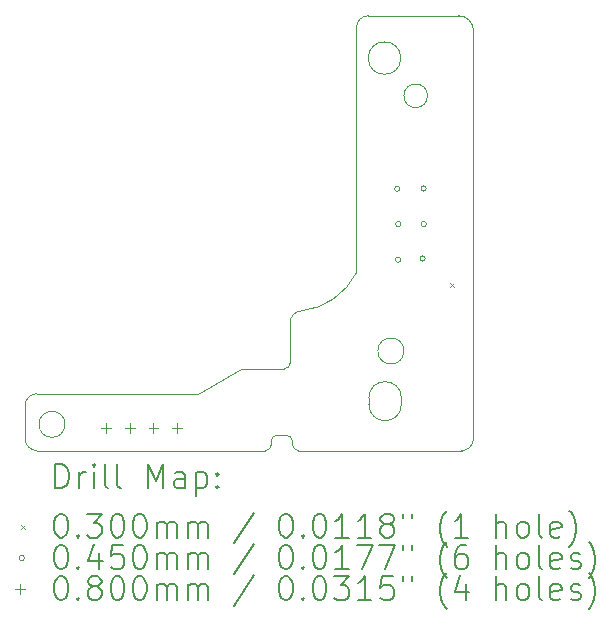
<source format=gbr>
%TF.GenerationSoftware,KiCad,Pcbnew,8.0.2*%
%TF.CreationDate,2024-09-01T00:37:31-07:00*%
%TF.ProjectId,procon_battery_pcb,70726f63-6f6e-45f6-9261-74746572795f,rev?*%
%TF.SameCoordinates,Original*%
%TF.FileFunction,Drillmap*%
%TF.FilePolarity,Positive*%
%FSLAX45Y45*%
G04 Gerber Fmt 4.5, Leading zero omitted, Abs format (unit mm)*
G04 Created by KiCad (PCBNEW 8.0.2) date 2024-09-01 00:37:31*
%MOMM*%
%LPD*%
G01*
G04 APERTURE LIST*
%ADD10C,0.100000*%
%ADD11C,0.200000*%
G04 APERTURE END LIST*
D10*
X4474640Y-5202940D02*
X4474640Y-4920940D01*
X7880958Y-2299010D02*
G75*
G02*
X7680958Y-2299010I-100000J0D01*
G01*
X7680958Y-2299010D02*
G75*
G02*
X7880958Y-2299010I100000J0D01*
G01*
X6557640Y-5222940D02*
X6557640Y-5252940D01*
X8169640Y-5302940D02*
X6787640Y-5302940D01*
X7659437Y-4911838D02*
X7659437Y-4856838D01*
X4811590Y-5080872D02*
G75*
G02*
X4591590Y-5080872I-110000J0D01*
G01*
X4591590Y-5080872D02*
G75*
G02*
X4811590Y-5080872I110000J0D01*
G01*
X6717640Y-4560940D02*
G75*
G02*
X6667640Y-4610940I-50000J0D01*
G01*
X4474640Y-4920940D02*
G75*
G02*
X4574640Y-4820940I100000J0D01*
G01*
X4574640Y-4820940D02*
X5934640Y-4820940D01*
X7659437Y-4911838D02*
G75*
G02*
X7384437Y-4911838I-137500J0D01*
G01*
X7279640Y-1720940D02*
G75*
G02*
X7379640Y-1620940I100000J0D01*
G01*
X8269640Y-1745940D02*
X8269640Y-5202940D01*
X7279640Y-3795940D02*
G75*
G02*
X6807573Y-4120663I-532020J267930D01*
G01*
X6557640Y-5222940D02*
G75*
G02*
X6607640Y-5172940I50000J0D01*
G01*
X6787640Y-5302940D02*
G75*
G02*
X6737640Y-5252940I10J50010D01*
G01*
X6299640Y-4610940D02*
X6667640Y-4610940D01*
X7384437Y-4856838D02*
X7384437Y-4911838D01*
X7680994Y-4459622D02*
G75*
G02*
X7460994Y-4459622I-110000J0D01*
G01*
X7460994Y-4459622D02*
G75*
G02*
X7680994Y-4459622I110000J0D01*
G01*
X5934640Y-4820940D02*
X6299640Y-4610940D01*
X6687640Y-5172940D02*
X6607640Y-5172940D01*
X4574640Y-5302940D02*
G75*
G02*
X4474640Y-5202940I10J100010D01*
G01*
X6737640Y-5252940D02*
X6737640Y-5222940D01*
X7654371Y-1979843D02*
G75*
G02*
X7379371Y-1979843I-137500J0D01*
G01*
X7379371Y-1979843D02*
G75*
G02*
X7654371Y-1979843I137500J0D01*
G01*
X7379640Y-1620940D02*
X8144640Y-1620940D01*
X6687640Y-5172940D02*
G75*
G02*
X6737640Y-5222940I10J-49990D01*
G01*
X7279640Y-3795940D02*
X7279640Y-1720940D01*
X8144640Y-1620940D02*
G75*
G02*
X8269640Y-1745940I0J-125000D01*
G01*
X6717640Y-4220160D02*
G75*
G02*
X6807573Y-4120668I100000J0D01*
G01*
X6507640Y-5302940D02*
X4574640Y-5302940D01*
X6557640Y-5252940D02*
G75*
G02*
X6507640Y-5302940I-50000J0D01*
G01*
X6717640Y-4560940D02*
X6717640Y-4220160D01*
X7384437Y-4856838D02*
G75*
G02*
X7659443Y-4856838I137503J-2D01*
G01*
X8269640Y-5202940D02*
G75*
G02*
X8169640Y-5302940I-100000J0D01*
G01*
D11*
D10*
X8072360Y-3886440D02*
X8102360Y-3916440D01*
X8102360Y-3886440D02*
X8072360Y-3916440D01*
X7647580Y-3086100D02*
G75*
G02*
X7602580Y-3086100I-22500J0D01*
G01*
X7602580Y-3086100D02*
G75*
G02*
X7647580Y-3086100I22500J0D01*
G01*
X7655200Y-3385820D02*
G75*
G02*
X7610200Y-3385820I-22500J0D01*
G01*
X7610200Y-3385820D02*
G75*
G02*
X7655200Y-3385820I22500J0D01*
G01*
X7655200Y-3685820D02*
G75*
G02*
X7610200Y-3685820I-22500J0D01*
G01*
X7610200Y-3685820D02*
G75*
G02*
X7655200Y-3685820I22500J0D01*
G01*
X7863046Y-3677134D02*
G75*
G02*
X7818046Y-3677134I-22500J0D01*
G01*
X7818046Y-3677134D02*
G75*
G02*
X7863046Y-3677134I22500J0D01*
G01*
X7871100Y-3083560D02*
G75*
G02*
X7826100Y-3083560I-22500J0D01*
G01*
X7826100Y-3083560D02*
G75*
G02*
X7871100Y-3083560I22500J0D01*
G01*
X7871100Y-3385820D02*
G75*
G02*
X7826100Y-3385820I-22500J0D01*
G01*
X7826100Y-3385820D02*
G75*
G02*
X7871100Y-3385820I22500J0D01*
G01*
X5160720Y-5073020D02*
X5160720Y-5153020D01*
X5120720Y-5113020D02*
X5200720Y-5113020D01*
X5360720Y-5073020D02*
X5360720Y-5153020D01*
X5320720Y-5113020D02*
X5400720Y-5113020D01*
X5560720Y-5073020D02*
X5560720Y-5153020D01*
X5520720Y-5113020D02*
X5600720Y-5113020D01*
X5760720Y-5073020D02*
X5760720Y-5153020D01*
X5720720Y-5113020D02*
X5800720Y-5113020D01*
D11*
X4730417Y-5619424D02*
X4730417Y-5419424D01*
X4730417Y-5419424D02*
X4778036Y-5419424D01*
X4778036Y-5419424D02*
X4806607Y-5428948D01*
X4806607Y-5428948D02*
X4825655Y-5447995D01*
X4825655Y-5447995D02*
X4835179Y-5467043D01*
X4835179Y-5467043D02*
X4844703Y-5505138D01*
X4844703Y-5505138D02*
X4844703Y-5533710D01*
X4844703Y-5533710D02*
X4835179Y-5571805D01*
X4835179Y-5571805D02*
X4825655Y-5590852D01*
X4825655Y-5590852D02*
X4806607Y-5609900D01*
X4806607Y-5609900D02*
X4778036Y-5619424D01*
X4778036Y-5619424D02*
X4730417Y-5619424D01*
X4930417Y-5619424D02*
X4930417Y-5486090D01*
X4930417Y-5524186D02*
X4939941Y-5505138D01*
X4939941Y-5505138D02*
X4949464Y-5495614D01*
X4949464Y-5495614D02*
X4968512Y-5486090D01*
X4968512Y-5486090D02*
X4987560Y-5486090D01*
X5054226Y-5619424D02*
X5054226Y-5486090D01*
X5054226Y-5419424D02*
X5044703Y-5428948D01*
X5044703Y-5428948D02*
X5054226Y-5438471D01*
X5054226Y-5438471D02*
X5063750Y-5428948D01*
X5063750Y-5428948D02*
X5054226Y-5419424D01*
X5054226Y-5419424D02*
X5054226Y-5438471D01*
X5178036Y-5619424D02*
X5158988Y-5609900D01*
X5158988Y-5609900D02*
X5149464Y-5590852D01*
X5149464Y-5590852D02*
X5149464Y-5419424D01*
X5282798Y-5619424D02*
X5263750Y-5609900D01*
X5263750Y-5609900D02*
X5254226Y-5590852D01*
X5254226Y-5590852D02*
X5254226Y-5419424D01*
X5511369Y-5619424D02*
X5511369Y-5419424D01*
X5511369Y-5419424D02*
X5578036Y-5562281D01*
X5578036Y-5562281D02*
X5644702Y-5419424D01*
X5644702Y-5419424D02*
X5644702Y-5619424D01*
X5825655Y-5619424D02*
X5825655Y-5514662D01*
X5825655Y-5514662D02*
X5816131Y-5495614D01*
X5816131Y-5495614D02*
X5797083Y-5486090D01*
X5797083Y-5486090D02*
X5758988Y-5486090D01*
X5758988Y-5486090D02*
X5739941Y-5495614D01*
X5825655Y-5609900D02*
X5806607Y-5619424D01*
X5806607Y-5619424D02*
X5758988Y-5619424D01*
X5758988Y-5619424D02*
X5739941Y-5609900D01*
X5739941Y-5609900D02*
X5730417Y-5590852D01*
X5730417Y-5590852D02*
X5730417Y-5571805D01*
X5730417Y-5571805D02*
X5739941Y-5552757D01*
X5739941Y-5552757D02*
X5758988Y-5543233D01*
X5758988Y-5543233D02*
X5806607Y-5543233D01*
X5806607Y-5543233D02*
X5825655Y-5533710D01*
X5920893Y-5486090D02*
X5920893Y-5686090D01*
X5920893Y-5495614D02*
X5939941Y-5486090D01*
X5939941Y-5486090D02*
X5978036Y-5486090D01*
X5978036Y-5486090D02*
X5997083Y-5495614D01*
X5997083Y-5495614D02*
X6006607Y-5505138D01*
X6006607Y-5505138D02*
X6016131Y-5524186D01*
X6016131Y-5524186D02*
X6016131Y-5581329D01*
X6016131Y-5581329D02*
X6006607Y-5600376D01*
X6006607Y-5600376D02*
X5997083Y-5609900D01*
X5997083Y-5609900D02*
X5978036Y-5619424D01*
X5978036Y-5619424D02*
X5939941Y-5619424D01*
X5939941Y-5619424D02*
X5920893Y-5609900D01*
X6101845Y-5600376D02*
X6111369Y-5609900D01*
X6111369Y-5609900D02*
X6101845Y-5619424D01*
X6101845Y-5619424D02*
X6092322Y-5609900D01*
X6092322Y-5609900D02*
X6101845Y-5600376D01*
X6101845Y-5600376D02*
X6101845Y-5619424D01*
X6101845Y-5495614D02*
X6111369Y-5505138D01*
X6111369Y-5505138D02*
X6101845Y-5514662D01*
X6101845Y-5514662D02*
X6092322Y-5505138D01*
X6092322Y-5505138D02*
X6101845Y-5495614D01*
X6101845Y-5495614D02*
X6101845Y-5514662D01*
D10*
X4439640Y-5932940D02*
X4469640Y-5962940D01*
X4469640Y-5932940D02*
X4439640Y-5962940D01*
D11*
X4768512Y-5839424D02*
X4787560Y-5839424D01*
X4787560Y-5839424D02*
X4806607Y-5848948D01*
X4806607Y-5848948D02*
X4816131Y-5858471D01*
X4816131Y-5858471D02*
X4825655Y-5877519D01*
X4825655Y-5877519D02*
X4835179Y-5915614D01*
X4835179Y-5915614D02*
X4835179Y-5963233D01*
X4835179Y-5963233D02*
X4825655Y-6001328D01*
X4825655Y-6001328D02*
X4816131Y-6020376D01*
X4816131Y-6020376D02*
X4806607Y-6029900D01*
X4806607Y-6029900D02*
X4787560Y-6039424D01*
X4787560Y-6039424D02*
X4768512Y-6039424D01*
X4768512Y-6039424D02*
X4749464Y-6029900D01*
X4749464Y-6029900D02*
X4739941Y-6020376D01*
X4739941Y-6020376D02*
X4730417Y-6001328D01*
X4730417Y-6001328D02*
X4720893Y-5963233D01*
X4720893Y-5963233D02*
X4720893Y-5915614D01*
X4720893Y-5915614D02*
X4730417Y-5877519D01*
X4730417Y-5877519D02*
X4739941Y-5858471D01*
X4739941Y-5858471D02*
X4749464Y-5848948D01*
X4749464Y-5848948D02*
X4768512Y-5839424D01*
X4920893Y-6020376D02*
X4930417Y-6029900D01*
X4930417Y-6029900D02*
X4920893Y-6039424D01*
X4920893Y-6039424D02*
X4911369Y-6029900D01*
X4911369Y-6029900D02*
X4920893Y-6020376D01*
X4920893Y-6020376D02*
X4920893Y-6039424D01*
X4997084Y-5839424D02*
X5120893Y-5839424D01*
X5120893Y-5839424D02*
X5054226Y-5915614D01*
X5054226Y-5915614D02*
X5082798Y-5915614D01*
X5082798Y-5915614D02*
X5101845Y-5925138D01*
X5101845Y-5925138D02*
X5111369Y-5934662D01*
X5111369Y-5934662D02*
X5120893Y-5953709D01*
X5120893Y-5953709D02*
X5120893Y-6001328D01*
X5120893Y-6001328D02*
X5111369Y-6020376D01*
X5111369Y-6020376D02*
X5101845Y-6029900D01*
X5101845Y-6029900D02*
X5082798Y-6039424D01*
X5082798Y-6039424D02*
X5025655Y-6039424D01*
X5025655Y-6039424D02*
X5006607Y-6029900D01*
X5006607Y-6029900D02*
X4997084Y-6020376D01*
X5244703Y-5839424D02*
X5263750Y-5839424D01*
X5263750Y-5839424D02*
X5282798Y-5848948D01*
X5282798Y-5848948D02*
X5292322Y-5858471D01*
X5292322Y-5858471D02*
X5301845Y-5877519D01*
X5301845Y-5877519D02*
X5311369Y-5915614D01*
X5311369Y-5915614D02*
X5311369Y-5963233D01*
X5311369Y-5963233D02*
X5301845Y-6001328D01*
X5301845Y-6001328D02*
X5292322Y-6020376D01*
X5292322Y-6020376D02*
X5282798Y-6029900D01*
X5282798Y-6029900D02*
X5263750Y-6039424D01*
X5263750Y-6039424D02*
X5244703Y-6039424D01*
X5244703Y-6039424D02*
X5225655Y-6029900D01*
X5225655Y-6029900D02*
X5216131Y-6020376D01*
X5216131Y-6020376D02*
X5206607Y-6001328D01*
X5206607Y-6001328D02*
X5197084Y-5963233D01*
X5197084Y-5963233D02*
X5197084Y-5915614D01*
X5197084Y-5915614D02*
X5206607Y-5877519D01*
X5206607Y-5877519D02*
X5216131Y-5858471D01*
X5216131Y-5858471D02*
X5225655Y-5848948D01*
X5225655Y-5848948D02*
X5244703Y-5839424D01*
X5435179Y-5839424D02*
X5454226Y-5839424D01*
X5454226Y-5839424D02*
X5473274Y-5848948D01*
X5473274Y-5848948D02*
X5482798Y-5858471D01*
X5482798Y-5858471D02*
X5492322Y-5877519D01*
X5492322Y-5877519D02*
X5501845Y-5915614D01*
X5501845Y-5915614D02*
X5501845Y-5963233D01*
X5501845Y-5963233D02*
X5492322Y-6001328D01*
X5492322Y-6001328D02*
X5482798Y-6020376D01*
X5482798Y-6020376D02*
X5473274Y-6029900D01*
X5473274Y-6029900D02*
X5454226Y-6039424D01*
X5454226Y-6039424D02*
X5435179Y-6039424D01*
X5435179Y-6039424D02*
X5416131Y-6029900D01*
X5416131Y-6029900D02*
X5406607Y-6020376D01*
X5406607Y-6020376D02*
X5397084Y-6001328D01*
X5397084Y-6001328D02*
X5387560Y-5963233D01*
X5387560Y-5963233D02*
X5387560Y-5915614D01*
X5387560Y-5915614D02*
X5397084Y-5877519D01*
X5397084Y-5877519D02*
X5406607Y-5858471D01*
X5406607Y-5858471D02*
X5416131Y-5848948D01*
X5416131Y-5848948D02*
X5435179Y-5839424D01*
X5587560Y-6039424D02*
X5587560Y-5906090D01*
X5587560Y-5925138D02*
X5597083Y-5915614D01*
X5597083Y-5915614D02*
X5616131Y-5906090D01*
X5616131Y-5906090D02*
X5644703Y-5906090D01*
X5644703Y-5906090D02*
X5663750Y-5915614D01*
X5663750Y-5915614D02*
X5673274Y-5934662D01*
X5673274Y-5934662D02*
X5673274Y-6039424D01*
X5673274Y-5934662D02*
X5682798Y-5915614D01*
X5682798Y-5915614D02*
X5701845Y-5906090D01*
X5701845Y-5906090D02*
X5730417Y-5906090D01*
X5730417Y-5906090D02*
X5749464Y-5915614D01*
X5749464Y-5915614D02*
X5758988Y-5934662D01*
X5758988Y-5934662D02*
X5758988Y-6039424D01*
X5854226Y-6039424D02*
X5854226Y-5906090D01*
X5854226Y-5925138D02*
X5863750Y-5915614D01*
X5863750Y-5915614D02*
X5882798Y-5906090D01*
X5882798Y-5906090D02*
X5911369Y-5906090D01*
X5911369Y-5906090D02*
X5930417Y-5915614D01*
X5930417Y-5915614D02*
X5939941Y-5934662D01*
X5939941Y-5934662D02*
X5939941Y-6039424D01*
X5939941Y-5934662D02*
X5949464Y-5915614D01*
X5949464Y-5915614D02*
X5968512Y-5906090D01*
X5968512Y-5906090D02*
X5997083Y-5906090D01*
X5997083Y-5906090D02*
X6016131Y-5915614D01*
X6016131Y-5915614D02*
X6025655Y-5934662D01*
X6025655Y-5934662D02*
X6025655Y-6039424D01*
X6416131Y-5829900D02*
X6244703Y-6087043D01*
X6673274Y-5839424D02*
X6692322Y-5839424D01*
X6692322Y-5839424D02*
X6711369Y-5848948D01*
X6711369Y-5848948D02*
X6720893Y-5858471D01*
X6720893Y-5858471D02*
X6730417Y-5877519D01*
X6730417Y-5877519D02*
X6739941Y-5915614D01*
X6739941Y-5915614D02*
X6739941Y-5963233D01*
X6739941Y-5963233D02*
X6730417Y-6001328D01*
X6730417Y-6001328D02*
X6720893Y-6020376D01*
X6720893Y-6020376D02*
X6711369Y-6029900D01*
X6711369Y-6029900D02*
X6692322Y-6039424D01*
X6692322Y-6039424D02*
X6673274Y-6039424D01*
X6673274Y-6039424D02*
X6654226Y-6029900D01*
X6654226Y-6029900D02*
X6644703Y-6020376D01*
X6644703Y-6020376D02*
X6635179Y-6001328D01*
X6635179Y-6001328D02*
X6625655Y-5963233D01*
X6625655Y-5963233D02*
X6625655Y-5915614D01*
X6625655Y-5915614D02*
X6635179Y-5877519D01*
X6635179Y-5877519D02*
X6644703Y-5858471D01*
X6644703Y-5858471D02*
X6654226Y-5848948D01*
X6654226Y-5848948D02*
X6673274Y-5839424D01*
X6825655Y-6020376D02*
X6835179Y-6029900D01*
X6835179Y-6029900D02*
X6825655Y-6039424D01*
X6825655Y-6039424D02*
X6816131Y-6029900D01*
X6816131Y-6029900D02*
X6825655Y-6020376D01*
X6825655Y-6020376D02*
X6825655Y-6039424D01*
X6958988Y-5839424D02*
X6978036Y-5839424D01*
X6978036Y-5839424D02*
X6997084Y-5848948D01*
X6997084Y-5848948D02*
X7006607Y-5858471D01*
X7006607Y-5858471D02*
X7016131Y-5877519D01*
X7016131Y-5877519D02*
X7025655Y-5915614D01*
X7025655Y-5915614D02*
X7025655Y-5963233D01*
X7025655Y-5963233D02*
X7016131Y-6001328D01*
X7016131Y-6001328D02*
X7006607Y-6020376D01*
X7006607Y-6020376D02*
X6997084Y-6029900D01*
X6997084Y-6029900D02*
X6978036Y-6039424D01*
X6978036Y-6039424D02*
X6958988Y-6039424D01*
X6958988Y-6039424D02*
X6939941Y-6029900D01*
X6939941Y-6029900D02*
X6930417Y-6020376D01*
X6930417Y-6020376D02*
X6920893Y-6001328D01*
X6920893Y-6001328D02*
X6911369Y-5963233D01*
X6911369Y-5963233D02*
X6911369Y-5915614D01*
X6911369Y-5915614D02*
X6920893Y-5877519D01*
X6920893Y-5877519D02*
X6930417Y-5858471D01*
X6930417Y-5858471D02*
X6939941Y-5848948D01*
X6939941Y-5848948D02*
X6958988Y-5839424D01*
X7216131Y-6039424D02*
X7101846Y-6039424D01*
X7158988Y-6039424D02*
X7158988Y-5839424D01*
X7158988Y-5839424D02*
X7139941Y-5867995D01*
X7139941Y-5867995D02*
X7120893Y-5887043D01*
X7120893Y-5887043D02*
X7101846Y-5896567D01*
X7406607Y-6039424D02*
X7292322Y-6039424D01*
X7349465Y-6039424D02*
X7349465Y-5839424D01*
X7349465Y-5839424D02*
X7330417Y-5867995D01*
X7330417Y-5867995D02*
X7311369Y-5887043D01*
X7311369Y-5887043D02*
X7292322Y-5896567D01*
X7520893Y-5925138D02*
X7501846Y-5915614D01*
X7501846Y-5915614D02*
X7492322Y-5906090D01*
X7492322Y-5906090D02*
X7482798Y-5887043D01*
X7482798Y-5887043D02*
X7482798Y-5877519D01*
X7482798Y-5877519D02*
X7492322Y-5858471D01*
X7492322Y-5858471D02*
X7501846Y-5848948D01*
X7501846Y-5848948D02*
X7520893Y-5839424D01*
X7520893Y-5839424D02*
X7558988Y-5839424D01*
X7558988Y-5839424D02*
X7578036Y-5848948D01*
X7578036Y-5848948D02*
X7587560Y-5858471D01*
X7587560Y-5858471D02*
X7597084Y-5877519D01*
X7597084Y-5877519D02*
X7597084Y-5887043D01*
X7597084Y-5887043D02*
X7587560Y-5906090D01*
X7587560Y-5906090D02*
X7578036Y-5915614D01*
X7578036Y-5915614D02*
X7558988Y-5925138D01*
X7558988Y-5925138D02*
X7520893Y-5925138D01*
X7520893Y-5925138D02*
X7501846Y-5934662D01*
X7501846Y-5934662D02*
X7492322Y-5944186D01*
X7492322Y-5944186D02*
X7482798Y-5963233D01*
X7482798Y-5963233D02*
X7482798Y-6001328D01*
X7482798Y-6001328D02*
X7492322Y-6020376D01*
X7492322Y-6020376D02*
X7501846Y-6029900D01*
X7501846Y-6029900D02*
X7520893Y-6039424D01*
X7520893Y-6039424D02*
X7558988Y-6039424D01*
X7558988Y-6039424D02*
X7578036Y-6029900D01*
X7578036Y-6029900D02*
X7587560Y-6020376D01*
X7587560Y-6020376D02*
X7597084Y-6001328D01*
X7597084Y-6001328D02*
X7597084Y-5963233D01*
X7597084Y-5963233D02*
X7587560Y-5944186D01*
X7587560Y-5944186D02*
X7578036Y-5934662D01*
X7578036Y-5934662D02*
X7558988Y-5925138D01*
X7673274Y-5839424D02*
X7673274Y-5877519D01*
X7749465Y-5839424D02*
X7749465Y-5877519D01*
X8044703Y-6115614D02*
X8035179Y-6106090D01*
X8035179Y-6106090D02*
X8016131Y-6077519D01*
X8016131Y-6077519D02*
X8006608Y-6058471D01*
X8006608Y-6058471D02*
X7997084Y-6029900D01*
X7997084Y-6029900D02*
X7987560Y-5982281D01*
X7987560Y-5982281D02*
X7987560Y-5944186D01*
X7987560Y-5944186D02*
X7997084Y-5896567D01*
X7997084Y-5896567D02*
X8006608Y-5867995D01*
X8006608Y-5867995D02*
X8016131Y-5848948D01*
X8016131Y-5848948D02*
X8035179Y-5820376D01*
X8035179Y-5820376D02*
X8044703Y-5810852D01*
X8225655Y-6039424D02*
X8111369Y-6039424D01*
X8168512Y-6039424D02*
X8168512Y-5839424D01*
X8168512Y-5839424D02*
X8149465Y-5867995D01*
X8149465Y-5867995D02*
X8130417Y-5887043D01*
X8130417Y-5887043D02*
X8111369Y-5896567D01*
X8463751Y-6039424D02*
X8463751Y-5839424D01*
X8549465Y-6039424D02*
X8549465Y-5934662D01*
X8549465Y-5934662D02*
X8539941Y-5915614D01*
X8539941Y-5915614D02*
X8520893Y-5906090D01*
X8520893Y-5906090D02*
X8492322Y-5906090D01*
X8492322Y-5906090D02*
X8473274Y-5915614D01*
X8473274Y-5915614D02*
X8463751Y-5925138D01*
X8673274Y-6039424D02*
X8654227Y-6029900D01*
X8654227Y-6029900D02*
X8644703Y-6020376D01*
X8644703Y-6020376D02*
X8635179Y-6001328D01*
X8635179Y-6001328D02*
X8635179Y-5944186D01*
X8635179Y-5944186D02*
X8644703Y-5925138D01*
X8644703Y-5925138D02*
X8654227Y-5915614D01*
X8654227Y-5915614D02*
X8673274Y-5906090D01*
X8673274Y-5906090D02*
X8701846Y-5906090D01*
X8701846Y-5906090D02*
X8720893Y-5915614D01*
X8720893Y-5915614D02*
X8730417Y-5925138D01*
X8730417Y-5925138D02*
X8739941Y-5944186D01*
X8739941Y-5944186D02*
X8739941Y-6001328D01*
X8739941Y-6001328D02*
X8730417Y-6020376D01*
X8730417Y-6020376D02*
X8720893Y-6029900D01*
X8720893Y-6029900D02*
X8701846Y-6039424D01*
X8701846Y-6039424D02*
X8673274Y-6039424D01*
X8854227Y-6039424D02*
X8835179Y-6029900D01*
X8835179Y-6029900D02*
X8825655Y-6010852D01*
X8825655Y-6010852D02*
X8825655Y-5839424D01*
X9006608Y-6029900D02*
X8987560Y-6039424D01*
X8987560Y-6039424D02*
X8949465Y-6039424D01*
X8949465Y-6039424D02*
X8930417Y-6029900D01*
X8930417Y-6029900D02*
X8920893Y-6010852D01*
X8920893Y-6010852D02*
X8920893Y-5934662D01*
X8920893Y-5934662D02*
X8930417Y-5915614D01*
X8930417Y-5915614D02*
X8949465Y-5906090D01*
X8949465Y-5906090D02*
X8987560Y-5906090D01*
X8987560Y-5906090D02*
X9006608Y-5915614D01*
X9006608Y-5915614D02*
X9016132Y-5934662D01*
X9016132Y-5934662D02*
X9016132Y-5953709D01*
X9016132Y-5953709D02*
X8920893Y-5972757D01*
X9082798Y-6115614D02*
X9092322Y-6106090D01*
X9092322Y-6106090D02*
X9111370Y-6077519D01*
X9111370Y-6077519D02*
X9120893Y-6058471D01*
X9120893Y-6058471D02*
X9130417Y-6029900D01*
X9130417Y-6029900D02*
X9139941Y-5982281D01*
X9139941Y-5982281D02*
X9139941Y-5944186D01*
X9139941Y-5944186D02*
X9130417Y-5896567D01*
X9130417Y-5896567D02*
X9120893Y-5867995D01*
X9120893Y-5867995D02*
X9111370Y-5848948D01*
X9111370Y-5848948D02*
X9092322Y-5820376D01*
X9092322Y-5820376D02*
X9082798Y-5810852D01*
D10*
X4469640Y-6211940D02*
G75*
G02*
X4424640Y-6211940I-22500J0D01*
G01*
X4424640Y-6211940D02*
G75*
G02*
X4469640Y-6211940I22500J0D01*
G01*
D11*
X4768512Y-6103424D02*
X4787560Y-6103424D01*
X4787560Y-6103424D02*
X4806607Y-6112948D01*
X4806607Y-6112948D02*
X4816131Y-6122471D01*
X4816131Y-6122471D02*
X4825655Y-6141519D01*
X4825655Y-6141519D02*
X4835179Y-6179614D01*
X4835179Y-6179614D02*
X4835179Y-6227233D01*
X4835179Y-6227233D02*
X4825655Y-6265328D01*
X4825655Y-6265328D02*
X4816131Y-6284376D01*
X4816131Y-6284376D02*
X4806607Y-6293900D01*
X4806607Y-6293900D02*
X4787560Y-6303424D01*
X4787560Y-6303424D02*
X4768512Y-6303424D01*
X4768512Y-6303424D02*
X4749464Y-6293900D01*
X4749464Y-6293900D02*
X4739941Y-6284376D01*
X4739941Y-6284376D02*
X4730417Y-6265328D01*
X4730417Y-6265328D02*
X4720893Y-6227233D01*
X4720893Y-6227233D02*
X4720893Y-6179614D01*
X4720893Y-6179614D02*
X4730417Y-6141519D01*
X4730417Y-6141519D02*
X4739941Y-6122471D01*
X4739941Y-6122471D02*
X4749464Y-6112948D01*
X4749464Y-6112948D02*
X4768512Y-6103424D01*
X4920893Y-6284376D02*
X4930417Y-6293900D01*
X4930417Y-6293900D02*
X4920893Y-6303424D01*
X4920893Y-6303424D02*
X4911369Y-6293900D01*
X4911369Y-6293900D02*
X4920893Y-6284376D01*
X4920893Y-6284376D02*
X4920893Y-6303424D01*
X5101845Y-6170090D02*
X5101845Y-6303424D01*
X5054226Y-6093900D02*
X5006607Y-6236757D01*
X5006607Y-6236757D02*
X5130417Y-6236757D01*
X5301845Y-6103424D02*
X5206607Y-6103424D01*
X5206607Y-6103424D02*
X5197084Y-6198662D01*
X5197084Y-6198662D02*
X5206607Y-6189138D01*
X5206607Y-6189138D02*
X5225655Y-6179614D01*
X5225655Y-6179614D02*
X5273274Y-6179614D01*
X5273274Y-6179614D02*
X5292322Y-6189138D01*
X5292322Y-6189138D02*
X5301845Y-6198662D01*
X5301845Y-6198662D02*
X5311369Y-6217709D01*
X5311369Y-6217709D02*
X5311369Y-6265328D01*
X5311369Y-6265328D02*
X5301845Y-6284376D01*
X5301845Y-6284376D02*
X5292322Y-6293900D01*
X5292322Y-6293900D02*
X5273274Y-6303424D01*
X5273274Y-6303424D02*
X5225655Y-6303424D01*
X5225655Y-6303424D02*
X5206607Y-6293900D01*
X5206607Y-6293900D02*
X5197084Y-6284376D01*
X5435179Y-6103424D02*
X5454226Y-6103424D01*
X5454226Y-6103424D02*
X5473274Y-6112948D01*
X5473274Y-6112948D02*
X5482798Y-6122471D01*
X5482798Y-6122471D02*
X5492322Y-6141519D01*
X5492322Y-6141519D02*
X5501845Y-6179614D01*
X5501845Y-6179614D02*
X5501845Y-6227233D01*
X5501845Y-6227233D02*
X5492322Y-6265328D01*
X5492322Y-6265328D02*
X5482798Y-6284376D01*
X5482798Y-6284376D02*
X5473274Y-6293900D01*
X5473274Y-6293900D02*
X5454226Y-6303424D01*
X5454226Y-6303424D02*
X5435179Y-6303424D01*
X5435179Y-6303424D02*
X5416131Y-6293900D01*
X5416131Y-6293900D02*
X5406607Y-6284376D01*
X5406607Y-6284376D02*
X5397084Y-6265328D01*
X5397084Y-6265328D02*
X5387560Y-6227233D01*
X5387560Y-6227233D02*
X5387560Y-6179614D01*
X5387560Y-6179614D02*
X5397084Y-6141519D01*
X5397084Y-6141519D02*
X5406607Y-6122471D01*
X5406607Y-6122471D02*
X5416131Y-6112948D01*
X5416131Y-6112948D02*
X5435179Y-6103424D01*
X5587560Y-6303424D02*
X5587560Y-6170090D01*
X5587560Y-6189138D02*
X5597083Y-6179614D01*
X5597083Y-6179614D02*
X5616131Y-6170090D01*
X5616131Y-6170090D02*
X5644703Y-6170090D01*
X5644703Y-6170090D02*
X5663750Y-6179614D01*
X5663750Y-6179614D02*
X5673274Y-6198662D01*
X5673274Y-6198662D02*
X5673274Y-6303424D01*
X5673274Y-6198662D02*
X5682798Y-6179614D01*
X5682798Y-6179614D02*
X5701845Y-6170090D01*
X5701845Y-6170090D02*
X5730417Y-6170090D01*
X5730417Y-6170090D02*
X5749464Y-6179614D01*
X5749464Y-6179614D02*
X5758988Y-6198662D01*
X5758988Y-6198662D02*
X5758988Y-6303424D01*
X5854226Y-6303424D02*
X5854226Y-6170090D01*
X5854226Y-6189138D02*
X5863750Y-6179614D01*
X5863750Y-6179614D02*
X5882798Y-6170090D01*
X5882798Y-6170090D02*
X5911369Y-6170090D01*
X5911369Y-6170090D02*
X5930417Y-6179614D01*
X5930417Y-6179614D02*
X5939941Y-6198662D01*
X5939941Y-6198662D02*
X5939941Y-6303424D01*
X5939941Y-6198662D02*
X5949464Y-6179614D01*
X5949464Y-6179614D02*
X5968512Y-6170090D01*
X5968512Y-6170090D02*
X5997083Y-6170090D01*
X5997083Y-6170090D02*
X6016131Y-6179614D01*
X6016131Y-6179614D02*
X6025655Y-6198662D01*
X6025655Y-6198662D02*
X6025655Y-6303424D01*
X6416131Y-6093900D02*
X6244703Y-6351043D01*
X6673274Y-6103424D02*
X6692322Y-6103424D01*
X6692322Y-6103424D02*
X6711369Y-6112948D01*
X6711369Y-6112948D02*
X6720893Y-6122471D01*
X6720893Y-6122471D02*
X6730417Y-6141519D01*
X6730417Y-6141519D02*
X6739941Y-6179614D01*
X6739941Y-6179614D02*
X6739941Y-6227233D01*
X6739941Y-6227233D02*
X6730417Y-6265328D01*
X6730417Y-6265328D02*
X6720893Y-6284376D01*
X6720893Y-6284376D02*
X6711369Y-6293900D01*
X6711369Y-6293900D02*
X6692322Y-6303424D01*
X6692322Y-6303424D02*
X6673274Y-6303424D01*
X6673274Y-6303424D02*
X6654226Y-6293900D01*
X6654226Y-6293900D02*
X6644703Y-6284376D01*
X6644703Y-6284376D02*
X6635179Y-6265328D01*
X6635179Y-6265328D02*
X6625655Y-6227233D01*
X6625655Y-6227233D02*
X6625655Y-6179614D01*
X6625655Y-6179614D02*
X6635179Y-6141519D01*
X6635179Y-6141519D02*
X6644703Y-6122471D01*
X6644703Y-6122471D02*
X6654226Y-6112948D01*
X6654226Y-6112948D02*
X6673274Y-6103424D01*
X6825655Y-6284376D02*
X6835179Y-6293900D01*
X6835179Y-6293900D02*
X6825655Y-6303424D01*
X6825655Y-6303424D02*
X6816131Y-6293900D01*
X6816131Y-6293900D02*
X6825655Y-6284376D01*
X6825655Y-6284376D02*
X6825655Y-6303424D01*
X6958988Y-6103424D02*
X6978036Y-6103424D01*
X6978036Y-6103424D02*
X6997084Y-6112948D01*
X6997084Y-6112948D02*
X7006607Y-6122471D01*
X7006607Y-6122471D02*
X7016131Y-6141519D01*
X7016131Y-6141519D02*
X7025655Y-6179614D01*
X7025655Y-6179614D02*
X7025655Y-6227233D01*
X7025655Y-6227233D02*
X7016131Y-6265328D01*
X7016131Y-6265328D02*
X7006607Y-6284376D01*
X7006607Y-6284376D02*
X6997084Y-6293900D01*
X6997084Y-6293900D02*
X6978036Y-6303424D01*
X6978036Y-6303424D02*
X6958988Y-6303424D01*
X6958988Y-6303424D02*
X6939941Y-6293900D01*
X6939941Y-6293900D02*
X6930417Y-6284376D01*
X6930417Y-6284376D02*
X6920893Y-6265328D01*
X6920893Y-6265328D02*
X6911369Y-6227233D01*
X6911369Y-6227233D02*
X6911369Y-6179614D01*
X6911369Y-6179614D02*
X6920893Y-6141519D01*
X6920893Y-6141519D02*
X6930417Y-6122471D01*
X6930417Y-6122471D02*
X6939941Y-6112948D01*
X6939941Y-6112948D02*
X6958988Y-6103424D01*
X7216131Y-6303424D02*
X7101846Y-6303424D01*
X7158988Y-6303424D02*
X7158988Y-6103424D01*
X7158988Y-6103424D02*
X7139941Y-6131995D01*
X7139941Y-6131995D02*
X7120893Y-6151043D01*
X7120893Y-6151043D02*
X7101846Y-6160567D01*
X7282798Y-6103424D02*
X7416131Y-6103424D01*
X7416131Y-6103424D02*
X7330417Y-6303424D01*
X7473274Y-6103424D02*
X7606607Y-6103424D01*
X7606607Y-6103424D02*
X7520893Y-6303424D01*
X7673274Y-6103424D02*
X7673274Y-6141519D01*
X7749465Y-6103424D02*
X7749465Y-6141519D01*
X8044703Y-6379614D02*
X8035179Y-6370090D01*
X8035179Y-6370090D02*
X8016131Y-6341519D01*
X8016131Y-6341519D02*
X8006608Y-6322471D01*
X8006608Y-6322471D02*
X7997084Y-6293900D01*
X7997084Y-6293900D02*
X7987560Y-6246281D01*
X7987560Y-6246281D02*
X7987560Y-6208186D01*
X7987560Y-6208186D02*
X7997084Y-6160567D01*
X7997084Y-6160567D02*
X8006608Y-6131995D01*
X8006608Y-6131995D02*
X8016131Y-6112948D01*
X8016131Y-6112948D02*
X8035179Y-6084376D01*
X8035179Y-6084376D02*
X8044703Y-6074852D01*
X8206608Y-6103424D02*
X8168512Y-6103424D01*
X8168512Y-6103424D02*
X8149465Y-6112948D01*
X8149465Y-6112948D02*
X8139941Y-6122471D01*
X8139941Y-6122471D02*
X8120893Y-6151043D01*
X8120893Y-6151043D02*
X8111369Y-6189138D01*
X8111369Y-6189138D02*
X8111369Y-6265328D01*
X8111369Y-6265328D02*
X8120893Y-6284376D01*
X8120893Y-6284376D02*
X8130417Y-6293900D01*
X8130417Y-6293900D02*
X8149465Y-6303424D01*
X8149465Y-6303424D02*
X8187560Y-6303424D01*
X8187560Y-6303424D02*
X8206608Y-6293900D01*
X8206608Y-6293900D02*
X8216131Y-6284376D01*
X8216131Y-6284376D02*
X8225655Y-6265328D01*
X8225655Y-6265328D02*
X8225655Y-6217709D01*
X8225655Y-6217709D02*
X8216131Y-6198662D01*
X8216131Y-6198662D02*
X8206608Y-6189138D01*
X8206608Y-6189138D02*
X8187560Y-6179614D01*
X8187560Y-6179614D02*
X8149465Y-6179614D01*
X8149465Y-6179614D02*
X8130417Y-6189138D01*
X8130417Y-6189138D02*
X8120893Y-6198662D01*
X8120893Y-6198662D02*
X8111369Y-6217709D01*
X8463751Y-6303424D02*
X8463751Y-6103424D01*
X8549465Y-6303424D02*
X8549465Y-6198662D01*
X8549465Y-6198662D02*
X8539941Y-6179614D01*
X8539941Y-6179614D02*
X8520893Y-6170090D01*
X8520893Y-6170090D02*
X8492322Y-6170090D01*
X8492322Y-6170090D02*
X8473274Y-6179614D01*
X8473274Y-6179614D02*
X8463751Y-6189138D01*
X8673274Y-6303424D02*
X8654227Y-6293900D01*
X8654227Y-6293900D02*
X8644703Y-6284376D01*
X8644703Y-6284376D02*
X8635179Y-6265328D01*
X8635179Y-6265328D02*
X8635179Y-6208186D01*
X8635179Y-6208186D02*
X8644703Y-6189138D01*
X8644703Y-6189138D02*
X8654227Y-6179614D01*
X8654227Y-6179614D02*
X8673274Y-6170090D01*
X8673274Y-6170090D02*
X8701846Y-6170090D01*
X8701846Y-6170090D02*
X8720893Y-6179614D01*
X8720893Y-6179614D02*
X8730417Y-6189138D01*
X8730417Y-6189138D02*
X8739941Y-6208186D01*
X8739941Y-6208186D02*
X8739941Y-6265328D01*
X8739941Y-6265328D02*
X8730417Y-6284376D01*
X8730417Y-6284376D02*
X8720893Y-6293900D01*
X8720893Y-6293900D02*
X8701846Y-6303424D01*
X8701846Y-6303424D02*
X8673274Y-6303424D01*
X8854227Y-6303424D02*
X8835179Y-6293900D01*
X8835179Y-6293900D02*
X8825655Y-6274852D01*
X8825655Y-6274852D02*
X8825655Y-6103424D01*
X9006608Y-6293900D02*
X8987560Y-6303424D01*
X8987560Y-6303424D02*
X8949465Y-6303424D01*
X8949465Y-6303424D02*
X8930417Y-6293900D01*
X8930417Y-6293900D02*
X8920893Y-6274852D01*
X8920893Y-6274852D02*
X8920893Y-6198662D01*
X8920893Y-6198662D02*
X8930417Y-6179614D01*
X8930417Y-6179614D02*
X8949465Y-6170090D01*
X8949465Y-6170090D02*
X8987560Y-6170090D01*
X8987560Y-6170090D02*
X9006608Y-6179614D01*
X9006608Y-6179614D02*
X9016132Y-6198662D01*
X9016132Y-6198662D02*
X9016132Y-6217709D01*
X9016132Y-6217709D02*
X8920893Y-6236757D01*
X9092322Y-6293900D02*
X9111370Y-6303424D01*
X9111370Y-6303424D02*
X9149465Y-6303424D01*
X9149465Y-6303424D02*
X9168513Y-6293900D01*
X9168513Y-6293900D02*
X9178036Y-6274852D01*
X9178036Y-6274852D02*
X9178036Y-6265328D01*
X9178036Y-6265328D02*
X9168513Y-6246281D01*
X9168513Y-6246281D02*
X9149465Y-6236757D01*
X9149465Y-6236757D02*
X9120893Y-6236757D01*
X9120893Y-6236757D02*
X9101846Y-6227233D01*
X9101846Y-6227233D02*
X9092322Y-6208186D01*
X9092322Y-6208186D02*
X9092322Y-6198662D01*
X9092322Y-6198662D02*
X9101846Y-6179614D01*
X9101846Y-6179614D02*
X9120893Y-6170090D01*
X9120893Y-6170090D02*
X9149465Y-6170090D01*
X9149465Y-6170090D02*
X9168513Y-6179614D01*
X9244703Y-6379614D02*
X9254227Y-6370090D01*
X9254227Y-6370090D02*
X9273274Y-6341519D01*
X9273274Y-6341519D02*
X9282798Y-6322471D01*
X9282798Y-6322471D02*
X9292322Y-6293900D01*
X9292322Y-6293900D02*
X9301846Y-6246281D01*
X9301846Y-6246281D02*
X9301846Y-6208186D01*
X9301846Y-6208186D02*
X9292322Y-6160567D01*
X9292322Y-6160567D02*
X9282798Y-6131995D01*
X9282798Y-6131995D02*
X9273274Y-6112948D01*
X9273274Y-6112948D02*
X9254227Y-6084376D01*
X9254227Y-6084376D02*
X9244703Y-6074852D01*
D10*
X4429640Y-6435940D02*
X4429640Y-6515940D01*
X4389640Y-6475940D02*
X4469640Y-6475940D01*
D11*
X4768512Y-6367424D02*
X4787560Y-6367424D01*
X4787560Y-6367424D02*
X4806607Y-6376948D01*
X4806607Y-6376948D02*
X4816131Y-6386471D01*
X4816131Y-6386471D02*
X4825655Y-6405519D01*
X4825655Y-6405519D02*
X4835179Y-6443614D01*
X4835179Y-6443614D02*
X4835179Y-6491233D01*
X4835179Y-6491233D02*
X4825655Y-6529328D01*
X4825655Y-6529328D02*
X4816131Y-6548376D01*
X4816131Y-6548376D02*
X4806607Y-6557900D01*
X4806607Y-6557900D02*
X4787560Y-6567424D01*
X4787560Y-6567424D02*
X4768512Y-6567424D01*
X4768512Y-6567424D02*
X4749464Y-6557900D01*
X4749464Y-6557900D02*
X4739941Y-6548376D01*
X4739941Y-6548376D02*
X4730417Y-6529328D01*
X4730417Y-6529328D02*
X4720893Y-6491233D01*
X4720893Y-6491233D02*
X4720893Y-6443614D01*
X4720893Y-6443614D02*
X4730417Y-6405519D01*
X4730417Y-6405519D02*
X4739941Y-6386471D01*
X4739941Y-6386471D02*
X4749464Y-6376948D01*
X4749464Y-6376948D02*
X4768512Y-6367424D01*
X4920893Y-6548376D02*
X4930417Y-6557900D01*
X4930417Y-6557900D02*
X4920893Y-6567424D01*
X4920893Y-6567424D02*
X4911369Y-6557900D01*
X4911369Y-6557900D02*
X4920893Y-6548376D01*
X4920893Y-6548376D02*
X4920893Y-6567424D01*
X5044703Y-6453138D02*
X5025655Y-6443614D01*
X5025655Y-6443614D02*
X5016131Y-6434090D01*
X5016131Y-6434090D02*
X5006607Y-6415043D01*
X5006607Y-6415043D02*
X5006607Y-6405519D01*
X5006607Y-6405519D02*
X5016131Y-6386471D01*
X5016131Y-6386471D02*
X5025655Y-6376948D01*
X5025655Y-6376948D02*
X5044703Y-6367424D01*
X5044703Y-6367424D02*
X5082798Y-6367424D01*
X5082798Y-6367424D02*
X5101845Y-6376948D01*
X5101845Y-6376948D02*
X5111369Y-6386471D01*
X5111369Y-6386471D02*
X5120893Y-6405519D01*
X5120893Y-6405519D02*
X5120893Y-6415043D01*
X5120893Y-6415043D02*
X5111369Y-6434090D01*
X5111369Y-6434090D02*
X5101845Y-6443614D01*
X5101845Y-6443614D02*
X5082798Y-6453138D01*
X5082798Y-6453138D02*
X5044703Y-6453138D01*
X5044703Y-6453138D02*
X5025655Y-6462662D01*
X5025655Y-6462662D02*
X5016131Y-6472186D01*
X5016131Y-6472186D02*
X5006607Y-6491233D01*
X5006607Y-6491233D02*
X5006607Y-6529328D01*
X5006607Y-6529328D02*
X5016131Y-6548376D01*
X5016131Y-6548376D02*
X5025655Y-6557900D01*
X5025655Y-6557900D02*
X5044703Y-6567424D01*
X5044703Y-6567424D02*
X5082798Y-6567424D01*
X5082798Y-6567424D02*
X5101845Y-6557900D01*
X5101845Y-6557900D02*
X5111369Y-6548376D01*
X5111369Y-6548376D02*
X5120893Y-6529328D01*
X5120893Y-6529328D02*
X5120893Y-6491233D01*
X5120893Y-6491233D02*
X5111369Y-6472186D01*
X5111369Y-6472186D02*
X5101845Y-6462662D01*
X5101845Y-6462662D02*
X5082798Y-6453138D01*
X5244703Y-6367424D02*
X5263750Y-6367424D01*
X5263750Y-6367424D02*
X5282798Y-6376948D01*
X5282798Y-6376948D02*
X5292322Y-6386471D01*
X5292322Y-6386471D02*
X5301845Y-6405519D01*
X5301845Y-6405519D02*
X5311369Y-6443614D01*
X5311369Y-6443614D02*
X5311369Y-6491233D01*
X5311369Y-6491233D02*
X5301845Y-6529328D01*
X5301845Y-6529328D02*
X5292322Y-6548376D01*
X5292322Y-6548376D02*
X5282798Y-6557900D01*
X5282798Y-6557900D02*
X5263750Y-6567424D01*
X5263750Y-6567424D02*
X5244703Y-6567424D01*
X5244703Y-6567424D02*
X5225655Y-6557900D01*
X5225655Y-6557900D02*
X5216131Y-6548376D01*
X5216131Y-6548376D02*
X5206607Y-6529328D01*
X5206607Y-6529328D02*
X5197084Y-6491233D01*
X5197084Y-6491233D02*
X5197084Y-6443614D01*
X5197084Y-6443614D02*
X5206607Y-6405519D01*
X5206607Y-6405519D02*
X5216131Y-6386471D01*
X5216131Y-6386471D02*
X5225655Y-6376948D01*
X5225655Y-6376948D02*
X5244703Y-6367424D01*
X5435179Y-6367424D02*
X5454226Y-6367424D01*
X5454226Y-6367424D02*
X5473274Y-6376948D01*
X5473274Y-6376948D02*
X5482798Y-6386471D01*
X5482798Y-6386471D02*
X5492322Y-6405519D01*
X5492322Y-6405519D02*
X5501845Y-6443614D01*
X5501845Y-6443614D02*
X5501845Y-6491233D01*
X5501845Y-6491233D02*
X5492322Y-6529328D01*
X5492322Y-6529328D02*
X5482798Y-6548376D01*
X5482798Y-6548376D02*
X5473274Y-6557900D01*
X5473274Y-6557900D02*
X5454226Y-6567424D01*
X5454226Y-6567424D02*
X5435179Y-6567424D01*
X5435179Y-6567424D02*
X5416131Y-6557900D01*
X5416131Y-6557900D02*
X5406607Y-6548376D01*
X5406607Y-6548376D02*
X5397084Y-6529328D01*
X5397084Y-6529328D02*
X5387560Y-6491233D01*
X5387560Y-6491233D02*
X5387560Y-6443614D01*
X5387560Y-6443614D02*
X5397084Y-6405519D01*
X5397084Y-6405519D02*
X5406607Y-6386471D01*
X5406607Y-6386471D02*
X5416131Y-6376948D01*
X5416131Y-6376948D02*
X5435179Y-6367424D01*
X5587560Y-6567424D02*
X5587560Y-6434090D01*
X5587560Y-6453138D02*
X5597083Y-6443614D01*
X5597083Y-6443614D02*
X5616131Y-6434090D01*
X5616131Y-6434090D02*
X5644703Y-6434090D01*
X5644703Y-6434090D02*
X5663750Y-6443614D01*
X5663750Y-6443614D02*
X5673274Y-6462662D01*
X5673274Y-6462662D02*
X5673274Y-6567424D01*
X5673274Y-6462662D02*
X5682798Y-6443614D01*
X5682798Y-6443614D02*
X5701845Y-6434090D01*
X5701845Y-6434090D02*
X5730417Y-6434090D01*
X5730417Y-6434090D02*
X5749464Y-6443614D01*
X5749464Y-6443614D02*
X5758988Y-6462662D01*
X5758988Y-6462662D02*
X5758988Y-6567424D01*
X5854226Y-6567424D02*
X5854226Y-6434090D01*
X5854226Y-6453138D02*
X5863750Y-6443614D01*
X5863750Y-6443614D02*
X5882798Y-6434090D01*
X5882798Y-6434090D02*
X5911369Y-6434090D01*
X5911369Y-6434090D02*
X5930417Y-6443614D01*
X5930417Y-6443614D02*
X5939941Y-6462662D01*
X5939941Y-6462662D02*
X5939941Y-6567424D01*
X5939941Y-6462662D02*
X5949464Y-6443614D01*
X5949464Y-6443614D02*
X5968512Y-6434090D01*
X5968512Y-6434090D02*
X5997083Y-6434090D01*
X5997083Y-6434090D02*
X6016131Y-6443614D01*
X6016131Y-6443614D02*
X6025655Y-6462662D01*
X6025655Y-6462662D02*
X6025655Y-6567424D01*
X6416131Y-6357900D02*
X6244703Y-6615043D01*
X6673274Y-6367424D02*
X6692322Y-6367424D01*
X6692322Y-6367424D02*
X6711369Y-6376948D01*
X6711369Y-6376948D02*
X6720893Y-6386471D01*
X6720893Y-6386471D02*
X6730417Y-6405519D01*
X6730417Y-6405519D02*
X6739941Y-6443614D01*
X6739941Y-6443614D02*
X6739941Y-6491233D01*
X6739941Y-6491233D02*
X6730417Y-6529328D01*
X6730417Y-6529328D02*
X6720893Y-6548376D01*
X6720893Y-6548376D02*
X6711369Y-6557900D01*
X6711369Y-6557900D02*
X6692322Y-6567424D01*
X6692322Y-6567424D02*
X6673274Y-6567424D01*
X6673274Y-6567424D02*
X6654226Y-6557900D01*
X6654226Y-6557900D02*
X6644703Y-6548376D01*
X6644703Y-6548376D02*
X6635179Y-6529328D01*
X6635179Y-6529328D02*
X6625655Y-6491233D01*
X6625655Y-6491233D02*
X6625655Y-6443614D01*
X6625655Y-6443614D02*
X6635179Y-6405519D01*
X6635179Y-6405519D02*
X6644703Y-6386471D01*
X6644703Y-6386471D02*
X6654226Y-6376948D01*
X6654226Y-6376948D02*
X6673274Y-6367424D01*
X6825655Y-6548376D02*
X6835179Y-6557900D01*
X6835179Y-6557900D02*
X6825655Y-6567424D01*
X6825655Y-6567424D02*
X6816131Y-6557900D01*
X6816131Y-6557900D02*
X6825655Y-6548376D01*
X6825655Y-6548376D02*
X6825655Y-6567424D01*
X6958988Y-6367424D02*
X6978036Y-6367424D01*
X6978036Y-6367424D02*
X6997084Y-6376948D01*
X6997084Y-6376948D02*
X7006607Y-6386471D01*
X7006607Y-6386471D02*
X7016131Y-6405519D01*
X7016131Y-6405519D02*
X7025655Y-6443614D01*
X7025655Y-6443614D02*
X7025655Y-6491233D01*
X7025655Y-6491233D02*
X7016131Y-6529328D01*
X7016131Y-6529328D02*
X7006607Y-6548376D01*
X7006607Y-6548376D02*
X6997084Y-6557900D01*
X6997084Y-6557900D02*
X6978036Y-6567424D01*
X6978036Y-6567424D02*
X6958988Y-6567424D01*
X6958988Y-6567424D02*
X6939941Y-6557900D01*
X6939941Y-6557900D02*
X6930417Y-6548376D01*
X6930417Y-6548376D02*
X6920893Y-6529328D01*
X6920893Y-6529328D02*
X6911369Y-6491233D01*
X6911369Y-6491233D02*
X6911369Y-6443614D01*
X6911369Y-6443614D02*
X6920893Y-6405519D01*
X6920893Y-6405519D02*
X6930417Y-6386471D01*
X6930417Y-6386471D02*
X6939941Y-6376948D01*
X6939941Y-6376948D02*
X6958988Y-6367424D01*
X7092322Y-6367424D02*
X7216131Y-6367424D01*
X7216131Y-6367424D02*
X7149465Y-6443614D01*
X7149465Y-6443614D02*
X7178036Y-6443614D01*
X7178036Y-6443614D02*
X7197084Y-6453138D01*
X7197084Y-6453138D02*
X7206607Y-6462662D01*
X7206607Y-6462662D02*
X7216131Y-6481709D01*
X7216131Y-6481709D02*
X7216131Y-6529328D01*
X7216131Y-6529328D02*
X7206607Y-6548376D01*
X7206607Y-6548376D02*
X7197084Y-6557900D01*
X7197084Y-6557900D02*
X7178036Y-6567424D01*
X7178036Y-6567424D02*
X7120893Y-6567424D01*
X7120893Y-6567424D02*
X7101846Y-6557900D01*
X7101846Y-6557900D02*
X7092322Y-6548376D01*
X7406607Y-6567424D02*
X7292322Y-6567424D01*
X7349465Y-6567424D02*
X7349465Y-6367424D01*
X7349465Y-6367424D02*
X7330417Y-6395995D01*
X7330417Y-6395995D02*
X7311369Y-6415043D01*
X7311369Y-6415043D02*
X7292322Y-6424567D01*
X7587560Y-6367424D02*
X7492322Y-6367424D01*
X7492322Y-6367424D02*
X7482798Y-6462662D01*
X7482798Y-6462662D02*
X7492322Y-6453138D01*
X7492322Y-6453138D02*
X7511369Y-6443614D01*
X7511369Y-6443614D02*
X7558988Y-6443614D01*
X7558988Y-6443614D02*
X7578036Y-6453138D01*
X7578036Y-6453138D02*
X7587560Y-6462662D01*
X7587560Y-6462662D02*
X7597084Y-6481709D01*
X7597084Y-6481709D02*
X7597084Y-6529328D01*
X7597084Y-6529328D02*
X7587560Y-6548376D01*
X7587560Y-6548376D02*
X7578036Y-6557900D01*
X7578036Y-6557900D02*
X7558988Y-6567424D01*
X7558988Y-6567424D02*
X7511369Y-6567424D01*
X7511369Y-6567424D02*
X7492322Y-6557900D01*
X7492322Y-6557900D02*
X7482798Y-6548376D01*
X7673274Y-6367424D02*
X7673274Y-6405519D01*
X7749465Y-6367424D02*
X7749465Y-6405519D01*
X8044703Y-6643614D02*
X8035179Y-6634090D01*
X8035179Y-6634090D02*
X8016131Y-6605519D01*
X8016131Y-6605519D02*
X8006608Y-6586471D01*
X8006608Y-6586471D02*
X7997084Y-6557900D01*
X7997084Y-6557900D02*
X7987560Y-6510281D01*
X7987560Y-6510281D02*
X7987560Y-6472186D01*
X7987560Y-6472186D02*
X7997084Y-6424567D01*
X7997084Y-6424567D02*
X8006608Y-6395995D01*
X8006608Y-6395995D02*
X8016131Y-6376948D01*
X8016131Y-6376948D02*
X8035179Y-6348376D01*
X8035179Y-6348376D02*
X8044703Y-6338852D01*
X8206608Y-6434090D02*
X8206608Y-6567424D01*
X8158988Y-6357900D02*
X8111369Y-6500757D01*
X8111369Y-6500757D02*
X8235179Y-6500757D01*
X8463751Y-6567424D02*
X8463751Y-6367424D01*
X8549465Y-6567424D02*
X8549465Y-6462662D01*
X8549465Y-6462662D02*
X8539941Y-6443614D01*
X8539941Y-6443614D02*
X8520893Y-6434090D01*
X8520893Y-6434090D02*
X8492322Y-6434090D01*
X8492322Y-6434090D02*
X8473274Y-6443614D01*
X8473274Y-6443614D02*
X8463751Y-6453138D01*
X8673274Y-6567424D02*
X8654227Y-6557900D01*
X8654227Y-6557900D02*
X8644703Y-6548376D01*
X8644703Y-6548376D02*
X8635179Y-6529328D01*
X8635179Y-6529328D02*
X8635179Y-6472186D01*
X8635179Y-6472186D02*
X8644703Y-6453138D01*
X8644703Y-6453138D02*
X8654227Y-6443614D01*
X8654227Y-6443614D02*
X8673274Y-6434090D01*
X8673274Y-6434090D02*
X8701846Y-6434090D01*
X8701846Y-6434090D02*
X8720893Y-6443614D01*
X8720893Y-6443614D02*
X8730417Y-6453138D01*
X8730417Y-6453138D02*
X8739941Y-6472186D01*
X8739941Y-6472186D02*
X8739941Y-6529328D01*
X8739941Y-6529328D02*
X8730417Y-6548376D01*
X8730417Y-6548376D02*
X8720893Y-6557900D01*
X8720893Y-6557900D02*
X8701846Y-6567424D01*
X8701846Y-6567424D02*
X8673274Y-6567424D01*
X8854227Y-6567424D02*
X8835179Y-6557900D01*
X8835179Y-6557900D02*
X8825655Y-6538852D01*
X8825655Y-6538852D02*
X8825655Y-6367424D01*
X9006608Y-6557900D02*
X8987560Y-6567424D01*
X8987560Y-6567424D02*
X8949465Y-6567424D01*
X8949465Y-6567424D02*
X8930417Y-6557900D01*
X8930417Y-6557900D02*
X8920893Y-6538852D01*
X8920893Y-6538852D02*
X8920893Y-6462662D01*
X8920893Y-6462662D02*
X8930417Y-6443614D01*
X8930417Y-6443614D02*
X8949465Y-6434090D01*
X8949465Y-6434090D02*
X8987560Y-6434090D01*
X8987560Y-6434090D02*
X9006608Y-6443614D01*
X9006608Y-6443614D02*
X9016132Y-6462662D01*
X9016132Y-6462662D02*
X9016132Y-6481709D01*
X9016132Y-6481709D02*
X8920893Y-6500757D01*
X9092322Y-6557900D02*
X9111370Y-6567424D01*
X9111370Y-6567424D02*
X9149465Y-6567424D01*
X9149465Y-6567424D02*
X9168513Y-6557900D01*
X9168513Y-6557900D02*
X9178036Y-6538852D01*
X9178036Y-6538852D02*
X9178036Y-6529328D01*
X9178036Y-6529328D02*
X9168513Y-6510281D01*
X9168513Y-6510281D02*
X9149465Y-6500757D01*
X9149465Y-6500757D02*
X9120893Y-6500757D01*
X9120893Y-6500757D02*
X9101846Y-6491233D01*
X9101846Y-6491233D02*
X9092322Y-6472186D01*
X9092322Y-6472186D02*
X9092322Y-6462662D01*
X9092322Y-6462662D02*
X9101846Y-6443614D01*
X9101846Y-6443614D02*
X9120893Y-6434090D01*
X9120893Y-6434090D02*
X9149465Y-6434090D01*
X9149465Y-6434090D02*
X9168513Y-6443614D01*
X9244703Y-6643614D02*
X9254227Y-6634090D01*
X9254227Y-6634090D02*
X9273274Y-6605519D01*
X9273274Y-6605519D02*
X9282798Y-6586471D01*
X9282798Y-6586471D02*
X9292322Y-6557900D01*
X9292322Y-6557900D02*
X9301846Y-6510281D01*
X9301846Y-6510281D02*
X9301846Y-6472186D01*
X9301846Y-6472186D02*
X9292322Y-6424567D01*
X9292322Y-6424567D02*
X9282798Y-6395995D01*
X9282798Y-6395995D02*
X9273274Y-6376948D01*
X9273274Y-6376948D02*
X9254227Y-6348376D01*
X9254227Y-6348376D02*
X9244703Y-6338852D01*
M02*

</source>
